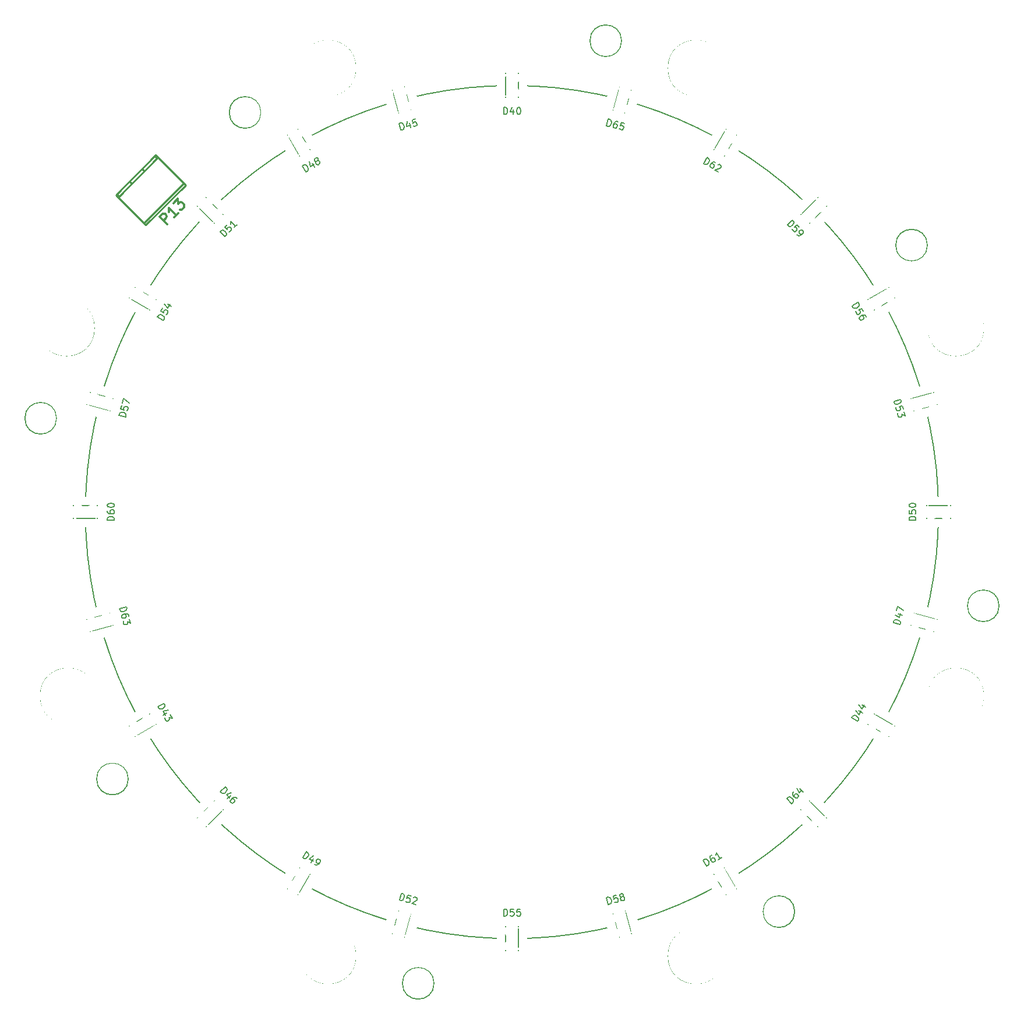
<source format=gbr>
G04 #@! TF.FileFunction,Legend,Top*
%FSLAX46Y46*%
G04 Gerber Fmt 4.6, Leading zero omitted, Abs format (unit mm)*
G04 Created by KiCad (PCBNEW 4.0.1-stable) date 2/3/2016 8:32:50 AM*
%MOMM*%
G01*
G04 APERTURE LIST*
%ADD10C,0.100000*%
%ADD11C,0.200000*%
%ADD12C,0.150000*%
%ADD13C,0.254000*%
%ADD14C,0.304800*%
%ADD15C,4.464000*%
%ADD16C,8.160000*%
%ADD17R,1.700000X4.900000*%
%ADD18R,1.300000X4.900000*%
%ADD19C,1.136600*%
%ADD20R,4.900000X1.700000*%
%ADD21R,4.900000X1.300000*%
%ADD22C,2.398980*%
G04 APERTURE END LIST*
D10*
D11*
X154000000Y-88300000D02*
G75*
G03X154000000Y-88300000I-62000000J0D01*
G01*
D12*
X162796000Y-101930000D02*
G75*
G03X162796000Y-101930000I-2286000J0D01*
G01*
X80656000Y-156810000D02*
G75*
G03X80656000Y-156810000I-2286000J0D01*
G01*
X25776000Y-74670000D02*
G75*
G03X25776000Y-74670000I-2286000J0D01*
G01*
X55476000Y-30220000D02*
G75*
G03X55476000Y-30220000I-2286000J0D01*
G01*
X133096000Y-146380000D02*
G75*
G03X133096000Y-146380000I-2286000J0D01*
G01*
X36206000Y-127110000D02*
G75*
G03X36206000Y-127110000I-2286000J0D01*
G01*
X160530000Y-61570000D02*
G75*
G03X160530000Y-61570000I-4000000J0D01*
G01*
X69270000Y-152830000D02*
G75*
G03X69270000Y-152830000I-4000000J0D01*
G01*
X122730000Y-152830000D02*
G75*
G03X122730000Y-152830000I-4000000J0D01*
G01*
X122730000Y-23770000D02*
G75*
G03X122730000Y-23770000I-4000000J0D01*
G01*
X160530000Y-115030000D02*
G75*
G03X160530000Y-115030000I-4000000J0D01*
G01*
X69270000Y-23770000D02*
G75*
G03X69270000Y-23770000I-4000000J0D01*
G01*
X31270000Y-61570000D02*
G75*
G03X31270000Y-61570000I-4000000J0D01*
G01*
X107916000Y-19790000D02*
G75*
G03X107916000Y-19790000I-2286000J0D01*
G01*
X152366000Y-49490000D02*
G75*
G03X152366000Y-49490000I-2286000J0D01*
G01*
X93079500Y-25665000D02*
X92698500Y-26300000D01*
X92698500Y-26300000D02*
X93079500Y-26935000D01*
X93079500Y-26935000D02*
X93079500Y-25728500D01*
X93079500Y-25728500D02*
X92952500Y-26109500D01*
X92952500Y-26109500D02*
X93016000Y-26681000D01*
X93016000Y-26681000D02*
X92825500Y-26300000D01*
X92825500Y-26300000D02*
X92889000Y-26173000D01*
X92889000Y-26173000D02*
X92889000Y-26109500D01*
X90984000Y-25030000D02*
X90984000Y-27697000D01*
X90984000Y-27697000D02*
X91238000Y-27697000D01*
X91238000Y-27697000D02*
X91238000Y-25030000D01*
X91238000Y-25030000D02*
X91047500Y-25030000D01*
X91047500Y-25030000D02*
X91111000Y-25093500D01*
X91111000Y-25093500D02*
X91111000Y-27570000D01*
X90272800Y-24572800D02*
X93727200Y-24572800D01*
X93727200Y-24572800D02*
X93727200Y-28027200D01*
X93727200Y-28027200D02*
X90272800Y-28027200D01*
X90272800Y-28027200D02*
X90272800Y-24572800D01*
X37220324Y-118682626D02*
X37960750Y-118695081D01*
X37960750Y-118695081D02*
X38320176Y-118047626D01*
X38320176Y-118047626D02*
X37275316Y-118650876D01*
X37275316Y-118650876D02*
X37668772Y-118570361D01*
X37668772Y-118570361D02*
X38131956Y-118229618D01*
X38131956Y-118229618D02*
X37897250Y-118585096D01*
X37897250Y-118585096D02*
X37755515Y-118593603D01*
X37755515Y-118593603D02*
X37700522Y-118625353D01*
X37718148Y-120814882D02*
X40027837Y-119481382D01*
X40027837Y-119481382D02*
X39900837Y-119261411D01*
X39900837Y-119261411D02*
X37591148Y-120594911D01*
X37591148Y-120594911D02*
X37686398Y-120759889D01*
X37686398Y-120759889D02*
X37709640Y-120673147D01*
X37709640Y-120673147D02*
X39854352Y-119434897D01*
X37677801Y-121659399D02*
X35950601Y-118667801D01*
X35950601Y-118667801D02*
X38942199Y-116940601D01*
X38942199Y-116940601D02*
X40669399Y-119932199D01*
X40669399Y-119932199D02*
X37677801Y-121659399D01*
X145700176Y-120552374D02*
X145340750Y-119904919D01*
X145340750Y-119904919D02*
X144600324Y-119917374D01*
X144600324Y-119917374D02*
X145645184Y-120520624D01*
X145645184Y-120520624D02*
X145378728Y-120220139D01*
X145378728Y-120220139D02*
X144852044Y-119989382D01*
X144852044Y-119989382D02*
X145277250Y-120014904D01*
X145277250Y-120014904D02*
X145355485Y-120133397D01*
X145355485Y-120133397D02*
X145410478Y-120165147D01*
X147297852Y-119055118D02*
X144988163Y-117721618D01*
X144988163Y-117721618D02*
X144861163Y-117941589D01*
X144861163Y-117941589D02*
X147170852Y-119275089D01*
X147170852Y-119275089D02*
X147266102Y-119110111D01*
X147266102Y-119110111D02*
X147179360Y-119133353D01*
X147179360Y-119133353D02*
X145034648Y-117895103D01*
X148049399Y-118667801D02*
X146322199Y-121659399D01*
X146322199Y-121659399D02*
X143330601Y-119932199D01*
X143330601Y-119932199D02*
X145057801Y-116940601D01*
X145057801Y-116940601D02*
X148049399Y-118667801D01*
X76838367Y-27527242D02*
X76634699Y-28239215D01*
X76634699Y-28239215D02*
X77167067Y-28753968D01*
X77167067Y-28753968D02*
X76854802Y-27588578D01*
X76854802Y-27588578D02*
X76830739Y-27989466D01*
X76830739Y-27989466D02*
X77039991Y-28525058D01*
X77039991Y-28525058D02*
X76757372Y-28206345D01*
X76757372Y-28206345D02*
X76785838Y-28067237D01*
X76785838Y-28067237D02*
X76769403Y-28005901D01*
X74649919Y-27456234D02*
X75340190Y-30032359D01*
X75340190Y-30032359D02*
X75585535Y-29966618D01*
X75585535Y-29966618D02*
X74895264Y-27390494D01*
X74895264Y-27390494D02*
X74711255Y-27439799D01*
X74711255Y-27439799D02*
X74789027Y-27484701D01*
X74789027Y-27484701D02*
X75429992Y-29876816D01*
X73844621Y-27198685D02*
X77181315Y-26304621D01*
X77181315Y-26304621D02*
X78075379Y-29641315D01*
X78075379Y-29641315D02*
X74738685Y-30535379D01*
X74738685Y-30535379D02*
X73844621Y-27198685D01*
X46947665Y-131825691D02*
X47666086Y-131646086D01*
X47666086Y-131646086D02*
X47845691Y-130927665D01*
X47845691Y-130927665D02*
X46992567Y-131780790D01*
X46992567Y-131780790D02*
X47351777Y-131601185D01*
X47351777Y-131601185D02*
X47710987Y-131152172D01*
X47710987Y-131152172D02*
X47576283Y-131556283D01*
X47576283Y-131556283D02*
X47441580Y-131601185D01*
X47441580Y-131601185D02*
X47396678Y-131646086D01*
X47980395Y-133756446D02*
X49866249Y-131870592D01*
X49866249Y-131870592D02*
X49686644Y-131690987D01*
X49686644Y-131690987D02*
X47800790Y-133576841D01*
X47800790Y-133576841D02*
X47935494Y-133711545D01*
X47935494Y-133711545D02*
X47935494Y-133621742D01*
X47935494Y-133621742D02*
X49686644Y-131870592D01*
X48160000Y-134582630D02*
X45717370Y-132140000D01*
X45717370Y-132140000D02*
X48160000Y-129697370D01*
X48160000Y-129697370D02*
X50602630Y-132140000D01*
X50602630Y-132140000D02*
X48160000Y-134582630D01*
X152213968Y-105547067D02*
X151699215Y-105014699D01*
X151699215Y-105014699D02*
X150987242Y-105218367D01*
X150987242Y-105218367D02*
X152152631Y-105530632D01*
X152152631Y-105530632D02*
X151817484Y-105309349D01*
X151817484Y-105309349D02*
X151249022Y-105222771D01*
X151249022Y-105222771D02*
X151666345Y-105137372D01*
X151666345Y-105137372D02*
X151772582Y-105231578D01*
X151772582Y-105231578D02*
X151833919Y-105248013D01*
X153369686Y-103687320D02*
X150793562Y-102997049D01*
X150793562Y-102997049D02*
X150727822Y-103242394D01*
X150727822Y-103242394D02*
X153303946Y-103932665D01*
X153303946Y-103932665D02*
X153353251Y-103748656D01*
X153353251Y-103748656D02*
X153275480Y-103793557D01*
X153275480Y-103793557D02*
X150883364Y-103152592D01*
X153995379Y-103118685D02*
X153101315Y-106455379D01*
X153101315Y-106455379D02*
X149764621Y-105561315D01*
X149764621Y-105561315D02*
X150658685Y-102224621D01*
X150658685Y-102224621D02*
X153995379Y-103118685D01*
X61617374Y-33520324D02*
X61604919Y-34260750D01*
X61604919Y-34260750D02*
X62252374Y-34620176D01*
X62252374Y-34620176D02*
X61649124Y-33575316D01*
X61649124Y-33575316D02*
X61729639Y-33968772D01*
X61729639Y-33968772D02*
X62070382Y-34431956D01*
X62070382Y-34431956D02*
X61714904Y-34197250D01*
X61714904Y-34197250D02*
X61706397Y-34055515D01*
X61706397Y-34055515D02*
X61674647Y-34000522D01*
X59485118Y-34018148D02*
X60818618Y-36327837D01*
X60818618Y-36327837D02*
X61038589Y-36200837D01*
X61038589Y-36200837D02*
X59705089Y-33891148D01*
X59705089Y-33891148D02*
X59540111Y-33986398D01*
X59540111Y-33986398D02*
X59626853Y-34009640D01*
X59626853Y-34009640D02*
X60865103Y-36154352D01*
X58640601Y-33977801D02*
X61632199Y-32250601D01*
X61632199Y-32250601D02*
X63359399Y-35242199D01*
X63359399Y-35242199D02*
X60367801Y-36969399D01*
X60367801Y-36969399D02*
X58640601Y-33977801D01*
X59747626Y-142000176D02*
X60395081Y-141640750D01*
X60395081Y-141640750D02*
X60382626Y-140900324D01*
X60382626Y-140900324D02*
X59779376Y-141945184D01*
X59779376Y-141945184D02*
X60079861Y-141678728D01*
X60079861Y-141678728D02*
X60310618Y-141152044D01*
X60310618Y-141152044D02*
X60285096Y-141577250D01*
X60285096Y-141577250D02*
X60166603Y-141655485D01*
X60166603Y-141655485D02*
X60134853Y-141710478D01*
X61244882Y-143597852D02*
X62578382Y-141288163D01*
X62578382Y-141288163D02*
X62358411Y-141161163D01*
X62358411Y-141161163D02*
X61024911Y-143470852D01*
X61024911Y-143470852D02*
X61189889Y-143566102D01*
X61189889Y-143566102D02*
X61166647Y-143479360D01*
X61166647Y-143479360D02*
X62404897Y-141334648D01*
X61632199Y-144349399D02*
X58640601Y-142622199D01*
X58640601Y-142622199D02*
X60367801Y-139630601D01*
X60367801Y-139630601D02*
X63359399Y-141357801D01*
X63359399Y-141357801D02*
X61632199Y-144349399D01*
X154635000Y-89379500D02*
X154000000Y-88998500D01*
X154000000Y-88998500D02*
X153365000Y-89379500D01*
X153365000Y-89379500D02*
X154571500Y-89379500D01*
X154571500Y-89379500D02*
X154190500Y-89252500D01*
X154190500Y-89252500D02*
X153619000Y-89316000D01*
X153619000Y-89316000D02*
X154000000Y-89125500D01*
X154000000Y-89125500D02*
X154127000Y-89189000D01*
X154127000Y-89189000D02*
X154190500Y-89189000D01*
X155270000Y-87284000D02*
X152603000Y-87284000D01*
X152603000Y-87284000D02*
X152603000Y-87538000D01*
X152603000Y-87538000D02*
X155270000Y-87538000D01*
X155270000Y-87538000D02*
X155270000Y-87347500D01*
X155270000Y-87347500D02*
X155206500Y-87411000D01*
X155206500Y-87411000D02*
X152730000Y-87411000D01*
X155727200Y-86572800D02*
X155727200Y-90027200D01*
X155727200Y-90027200D02*
X152272800Y-90027200D01*
X152272800Y-90027200D02*
X152272800Y-86572800D01*
X152272800Y-86572800D02*
X155727200Y-86572800D01*
X48474309Y-43247665D02*
X48653914Y-43966086D01*
X48653914Y-43966086D02*
X49372335Y-44145691D01*
X49372335Y-44145691D02*
X48519210Y-43292567D01*
X48519210Y-43292567D02*
X48698815Y-43651777D01*
X48698815Y-43651777D02*
X49147828Y-44010987D01*
X49147828Y-44010987D02*
X48743717Y-43876283D01*
X48743717Y-43876283D02*
X48698815Y-43741580D01*
X48698815Y-43741580D02*
X48653914Y-43696678D01*
X46543554Y-44280395D02*
X48429408Y-46166249D01*
X48429408Y-46166249D02*
X48609013Y-45986644D01*
X48609013Y-45986644D02*
X46723159Y-44100790D01*
X46723159Y-44100790D02*
X46588455Y-44235494D01*
X46588455Y-44235494D02*
X46678258Y-44235494D01*
X46678258Y-44235494D02*
X48429408Y-45986644D01*
X45717370Y-44460000D02*
X48160000Y-42017370D01*
X48160000Y-42017370D02*
X50602630Y-44460000D01*
X50602630Y-44460000D02*
X48160000Y-46902630D01*
X48160000Y-46902630D02*
X45717370Y-44460000D01*
X74752933Y-148513968D02*
X75285301Y-147999215D01*
X75285301Y-147999215D02*
X75081633Y-147287242D01*
X75081633Y-147287242D02*
X74769368Y-148452631D01*
X74769368Y-148452631D02*
X74990651Y-148117484D01*
X74990651Y-148117484D02*
X75077229Y-147549022D01*
X75077229Y-147549022D02*
X75162628Y-147966345D01*
X75162628Y-147966345D02*
X75068422Y-148072582D01*
X75068422Y-148072582D02*
X75051987Y-148133919D01*
X76612680Y-149669686D02*
X77302951Y-147093562D01*
X77302951Y-147093562D02*
X77057606Y-147027822D01*
X77057606Y-147027822D02*
X76367335Y-149603946D01*
X76367335Y-149603946D02*
X76551344Y-149653251D01*
X76551344Y-149653251D02*
X76506443Y-149575480D01*
X76506443Y-149575480D02*
X77147408Y-147183364D01*
X77181315Y-150295379D02*
X73844621Y-149401315D01*
X73844621Y-149401315D02*
X74738685Y-146064621D01*
X74738685Y-146064621D02*
X78075379Y-146958685D01*
X78075379Y-146958685D02*
X77181315Y-150295379D01*
X152772758Y-73138367D02*
X152060785Y-72934699D01*
X152060785Y-72934699D02*
X151546032Y-73467067D01*
X151546032Y-73467067D02*
X152711422Y-73154802D01*
X152711422Y-73154802D02*
X152310534Y-73130739D01*
X152310534Y-73130739D02*
X151774942Y-73339991D01*
X151774942Y-73339991D02*
X152093655Y-73057372D01*
X152093655Y-73057372D02*
X152232763Y-73085838D01*
X152232763Y-73085838D02*
X152294099Y-73069403D01*
X152843766Y-70949919D02*
X150267641Y-71640190D01*
X150267641Y-71640190D02*
X150333382Y-71885535D01*
X150333382Y-71885535D02*
X152909506Y-71195264D01*
X152909506Y-71195264D02*
X152860201Y-71011255D01*
X152860201Y-71011255D02*
X152815299Y-71089027D01*
X152815299Y-71089027D02*
X150423184Y-71729992D01*
X153101315Y-70144621D02*
X153995379Y-73481315D01*
X153995379Y-73481315D02*
X150658685Y-74375379D01*
X150658685Y-74375379D02*
X149764621Y-71038685D01*
X149764621Y-71038685D02*
X153101315Y-70144621D01*
X38299824Y-56047626D02*
X38659250Y-56695081D01*
X38659250Y-56695081D02*
X39399676Y-56682626D01*
X39399676Y-56682626D02*
X38354816Y-56079376D01*
X38354816Y-56079376D02*
X38621272Y-56379861D01*
X38621272Y-56379861D02*
X39147956Y-56610618D01*
X39147956Y-56610618D02*
X38722750Y-56585096D01*
X38722750Y-56585096D02*
X38644515Y-56466603D01*
X38644515Y-56466603D02*
X38589522Y-56434853D01*
X36702148Y-57544882D02*
X39011837Y-58878382D01*
X39011837Y-58878382D02*
X39138837Y-58658411D01*
X39138837Y-58658411D02*
X36829148Y-57324911D01*
X36829148Y-57324911D02*
X36733898Y-57489889D01*
X36733898Y-57489889D02*
X36820640Y-57466647D01*
X36820640Y-57466647D02*
X38965352Y-58704897D01*
X35950601Y-57932199D02*
X37677801Y-54940601D01*
X37677801Y-54940601D02*
X40669399Y-56667801D01*
X40669399Y-56667801D02*
X38942199Y-59659399D01*
X38942199Y-59659399D02*
X35950601Y-57932199D01*
X90920500Y-150935000D02*
X91301500Y-150300000D01*
X91301500Y-150300000D02*
X90920500Y-149665000D01*
X90920500Y-149665000D02*
X90920500Y-150871500D01*
X90920500Y-150871500D02*
X91047500Y-150490500D01*
X91047500Y-150490500D02*
X90984000Y-149919000D01*
X90984000Y-149919000D02*
X91174500Y-150300000D01*
X91174500Y-150300000D02*
X91111000Y-150427000D01*
X91111000Y-150427000D02*
X91111000Y-150490500D01*
X93016000Y-151570000D02*
X93016000Y-148903000D01*
X93016000Y-148903000D02*
X92762000Y-148903000D01*
X92762000Y-148903000D02*
X92762000Y-151570000D01*
X92762000Y-151570000D02*
X92952500Y-151570000D01*
X92952500Y-151570000D02*
X92889000Y-151506500D01*
X92889000Y-151506500D02*
X92889000Y-149030000D01*
X93727200Y-152027200D02*
X90272800Y-152027200D01*
X90272800Y-152027200D02*
X90272800Y-148572800D01*
X90272800Y-148572800D02*
X93727200Y-148572800D01*
X93727200Y-148572800D02*
X93727200Y-152027200D01*
X146779676Y-57917374D02*
X146039250Y-57904919D01*
X146039250Y-57904919D02*
X145679824Y-58552374D01*
X145679824Y-58552374D02*
X146724684Y-57949124D01*
X146724684Y-57949124D02*
X146331228Y-58029639D01*
X146331228Y-58029639D02*
X145868044Y-58370382D01*
X145868044Y-58370382D02*
X146102750Y-58014904D01*
X146102750Y-58014904D02*
X146244485Y-58006397D01*
X146244485Y-58006397D02*
X146299478Y-57974647D01*
X146281852Y-55785118D02*
X143972163Y-57118618D01*
X143972163Y-57118618D02*
X144099163Y-57338589D01*
X144099163Y-57338589D02*
X146408852Y-56005089D01*
X146408852Y-56005089D02*
X146313602Y-55840111D01*
X146313602Y-55840111D02*
X146290360Y-55926853D01*
X146290360Y-55926853D02*
X144145648Y-57165103D01*
X146322199Y-54940601D02*
X148049399Y-57932199D01*
X148049399Y-57932199D02*
X145057801Y-59659399D01*
X145057801Y-59659399D02*
X143330601Y-56667801D01*
X143330601Y-56667801D02*
X146322199Y-54940601D01*
X31786032Y-71052933D02*
X32300785Y-71585301D01*
X32300785Y-71585301D02*
X33012758Y-71381633D01*
X33012758Y-71381633D02*
X31847369Y-71069368D01*
X31847369Y-71069368D02*
X32182516Y-71290651D01*
X32182516Y-71290651D02*
X32750978Y-71377229D01*
X32750978Y-71377229D02*
X32333655Y-71462628D01*
X32333655Y-71462628D02*
X32227418Y-71368422D01*
X32227418Y-71368422D02*
X32166081Y-71351987D01*
X30630314Y-72912680D02*
X33206438Y-73602951D01*
X33206438Y-73602951D02*
X33272178Y-73357606D01*
X33272178Y-73357606D02*
X30696054Y-72667335D01*
X30696054Y-72667335D02*
X30646749Y-72851344D01*
X30646749Y-72851344D02*
X30724520Y-72806443D01*
X30724520Y-72806443D02*
X33116636Y-73447408D01*
X30004621Y-73481315D02*
X30898685Y-70144621D01*
X30898685Y-70144621D02*
X34235379Y-71038685D01*
X34235379Y-71038685D02*
X33341315Y-74375379D01*
X33341315Y-74375379D02*
X30004621Y-73481315D01*
X107161633Y-149072758D02*
X107365301Y-148360785D01*
X107365301Y-148360785D02*
X106832933Y-147846032D01*
X106832933Y-147846032D02*
X107145198Y-149011422D01*
X107145198Y-149011422D02*
X107169261Y-148610534D01*
X107169261Y-148610534D02*
X106960009Y-148074942D01*
X106960009Y-148074942D02*
X107242628Y-148393655D01*
X107242628Y-148393655D02*
X107214162Y-148532763D01*
X107214162Y-148532763D02*
X107230597Y-148594099D01*
X109350081Y-149143766D02*
X108659810Y-146567641D01*
X108659810Y-146567641D02*
X108414465Y-146633382D01*
X108414465Y-146633382D02*
X109104736Y-149209506D01*
X109104736Y-149209506D02*
X109288745Y-149160201D01*
X109288745Y-149160201D02*
X109210973Y-149115299D01*
X109210973Y-149115299D02*
X108570008Y-146723184D01*
X110155379Y-149401315D02*
X106818685Y-150295379D01*
X106818685Y-150295379D02*
X105924621Y-146958685D01*
X105924621Y-146958685D02*
X109261315Y-146064621D01*
X109261315Y-146064621D02*
X110155379Y-149401315D01*
X137052335Y-44774309D02*
X136333914Y-44953914D01*
X136333914Y-44953914D02*
X136154309Y-45672335D01*
X136154309Y-45672335D02*
X137007433Y-44819210D01*
X137007433Y-44819210D02*
X136648223Y-44998815D01*
X136648223Y-44998815D02*
X136289013Y-45447828D01*
X136289013Y-45447828D02*
X136423717Y-45043717D01*
X136423717Y-45043717D02*
X136558420Y-44998815D01*
X136558420Y-44998815D02*
X136603322Y-44953914D01*
X136019605Y-42843554D02*
X134133751Y-44729408D01*
X134133751Y-44729408D02*
X134313356Y-44909013D01*
X134313356Y-44909013D02*
X136199210Y-43023159D01*
X136199210Y-43023159D02*
X136064506Y-42888455D01*
X136064506Y-42888455D02*
X136064506Y-42978258D01*
X136064506Y-42978258D02*
X134313356Y-44729408D01*
X135840000Y-42017370D02*
X138282630Y-44460000D01*
X138282630Y-44460000D02*
X135840000Y-46902630D01*
X135840000Y-46902630D02*
X133397370Y-44460000D01*
X133397370Y-44460000D02*
X135840000Y-42017370D01*
X29365000Y-87220500D02*
X30000000Y-87601500D01*
X30000000Y-87601500D02*
X30635000Y-87220500D01*
X30635000Y-87220500D02*
X29428500Y-87220500D01*
X29428500Y-87220500D02*
X29809500Y-87347500D01*
X29809500Y-87347500D02*
X30381000Y-87284000D01*
X30381000Y-87284000D02*
X30000000Y-87474500D01*
X30000000Y-87474500D02*
X29873000Y-87411000D01*
X29873000Y-87411000D02*
X29809500Y-87411000D01*
X28730000Y-89316000D02*
X31397000Y-89316000D01*
X31397000Y-89316000D02*
X31397000Y-89062000D01*
X31397000Y-89062000D02*
X28730000Y-89062000D01*
X28730000Y-89062000D02*
X28730000Y-89252500D01*
X28730000Y-89252500D02*
X28793500Y-89189000D01*
X28793500Y-89189000D02*
X31270000Y-89189000D01*
X28272800Y-90027200D02*
X28272800Y-86572800D01*
X28272800Y-86572800D02*
X31727200Y-86572800D01*
X31727200Y-86572800D02*
X31727200Y-90027200D01*
X31727200Y-90027200D02*
X28272800Y-90027200D01*
X122382626Y-143079676D02*
X122395081Y-142339250D01*
X122395081Y-142339250D02*
X121747626Y-141979824D01*
X121747626Y-141979824D02*
X122350876Y-143024684D01*
X122350876Y-143024684D02*
X122270361Y-142631228D01*
X122270361Y-142631228D02*
X121929618Y-142168044D01*
X121929618Y-142168044D02*
X122285096Y-142402750D01*
X122285096Y-142402750D02*
X122293603Y-142544485D01*
X122293603Y-142544485D02*
X122325353Y-142599478D01*
X124514882Y-142581852D02*
X123181382Y-140272163D01*
X123181382Y-140272163D02*
X122961411Y-140399163D01*
X122961411Y-140399163D02*
X124294911Y-142708852D01*
X124294911Y-142708852D02*
X124459889Y-142613602D01*
X124459889Y-142613602D02*
X124373147Y-142590360D01*
X124373147Y-142590360D02*
X123134897Y-140445648D01*
X125359399Y-142622199D02*
X122367801Y-144349399D01*
X122367801Y-144349399D02*
X120640601Y-141357801D01*
X120640601Y-141357801D02*
X123632199Y-139630601D01*
X123632199Y-139630601D02*
X125359399Y-142622199D01*
X124252374Y-34599824D02*
X123604919Y-34959250D01*
X123604919Y-34959250D02*
X123617374Y-35699676D01*
X123617374Y-35699676D02*
X124220624Y-34654816D01*
X124220624Y-34654816D02*
X123920139Y-34921272D01*
X123920139Y-34921272D02*
X123689382Y-35447956D01*
X123689382Y-35447956D02*
X123714904Y-35022750D01*
X123714904Y-35022750D02*
X123833397Y-34944515D01*
X123833397Y-34944515D02*
X123865147Y-34889522D01*
X122755118Y-33002148D02*
X121421618Y-35311837D01*
X121421618Y-35311837D02*
X121641589Y-35438837D01*
X121641589Y-35438837D02*
X122975089Y-33129148D01*
X122975089Y-33129148D02*
X122810111Y-33033898D01*
X122810111Y-33033898D02*
X122833353Y-33120640D01*
X122833353Y-33120640D02*
X121595103Y-35265352D01*
X122367801Y-32250601D02*
X125359399Y-33977801D01*
X125359399Y-33977801D02*
X123632199Y-36969399D01*
X123632199Y-36969399D02*
X120640601Y-35242199D01*
X120640601Y-35242199D02*
X122367801Y-32250601D01*
X31227242Y-103461633D02*
X31939215Y-103665301D01*
X31939215Y-103665301D02*
X32453968Y-103132933D01*
X32453968Y-103132933D02*
X31288578Y-103445198D01*
X31288578Y-103445198D02*
X31689466Y-103469261D01*
X31689466Y-103469261D02*
X32225058Y-103260009D01*
X32225058Y-103260009D02*
X31906345Y-103542628D01*
X31906345Y-103542628D02*
X31767237Y-103514162D01*
X31767237Y-103514162D02*
X31705901Y-103530597D01*
X31156234Y-105650081D02*
X33732359Y-104959810D01*
X33732359Y-104959810D02*
X33666618Y-104714465D01*
X33666618Y-104714465D02*
X31090494Y-105404736D01*
X31090494Y-105404736D02*
X31139799Y-105588745D01*
X31139799Y-105588745D02*
X31184701Y-105510973D01*
X31184701Y-105510973D02*
X33576816Y-104870008D01*
X30898685Y-106455379D02*
X30004621Y-103118685D01*
X30004621Y-103118685D02*
X33341315Y-102224621D01*
X33341315Y-102224621D02*
X34235379Y-105561315D01*
X34235379Y-105561315D02*
X30898685Y-106455379D01*
X135525691Y-133352335D02*
X135346086Y-132633914D01*
X135346086Y-132633914D02*
X134627665Y-132454309D01*
X134627665Y-132454309D02*
X135480790Y-133307433D01*
X135480790Y-133307433D02*
X135301185Y-132948223D01*
X135301185Y-132948223D02*
X134852172Y-132589013D01*
X134852172Y-132589013D02*
X135256283Y-132723717D01*
X135256283Y-132723717D02*
X135301185Y-132858420D01*
X135301185Y-132858420D02*
X135346086Y-132903322D01*
X137456446Y-132319605D02*
X135570592Y-130433751D01*
X135570592Y-130433751D02*
X135390987Y-130613356D01*
X135390987Y-130613356D02*
X137276841Y-132499210D01*
X137276841Y-132499210D02*
X137411545Y-132364506D01*
X137411545Y-132364506D02*
X137321742Y-132364506D01*
X137321742Y-132364506D02*
X135570592Y-130613356D01*
X138282630Y-132140000D02*
X135840000Y-134582630D01*
X135840000Y-134582630D02*
X133397370Y-132140000D01*
X133397370Y-132140000D02*
X135840000Y-129697370D01*
X135840000Y-129697370D02*
X138282630Y-132140000D01*
X109207067Y-28086032D02*
X108674699Y-28600785D01*
X108674699Y-28600785D02*
X108878367Y-29312758D01*
X108878367Y-29312758D02*
X109190632Y-28147369D01*
X109190632Y-28147369D02*
X108969349Y-28482516D01*
X108969349Y-28482516D02*
X108882771Y-29050978D01*
X108882771Y-29050978D02*
X108797372Y-28633655D01*
X108797372Y-28633655D02*
X108891578Y-28527418D01*
X108891578Y-28527418D02*
X108908013Y-28466081D01*
X107347320Y-26930314D02*
X106657049Y-29506438D01*
X106657049Y-29506438D02*
X106902394Y-29572178D01*
X106902394Y-29572178D02*
X107592665Y-26996054D01*
X107592665Y-26996054D02*
X107408656Y-26946749D01*
X107408656Y-26946749D02*
X107453557Y-27024520D01*
X107453557Y-27024520D02*
X106812592Y-29416636D01*
X106778685Y-26304621D02*
X110115379Y-27198685D01*
X110115379Y-27198685D02*
X109221315Y-30535379D01*
X109221315Y-30535379D02*
X105884621Y-29641315D01*
X105884621Y-29641315D02*
X106778685Y-26304621D01*
X31470000Y-115030000D02*
G75*
G03X31470000Y-115030000I-4000000J0D01*
G01*
D13*
X38780396Y-46582889D02*
X44578049Y-40785236D01*
X38498416Y-46300909D02*
X44296069Y-40503256D01*
X34750057Y-42552550D02*
X40547710Y-36754897D01*
X40195684Y-36402871D02*
X34398031Y-42200524D01*
X36729305Y-40573302D02*
X36377279Y-40221276D01*
X40053796Y-36544759D02*
X40405822Y-36896785D01*
X34890149Y-42412458D02*
X34538123Y-42060432D01*
X38214640Y-38383915D02*
X38566666Y-38735941D01*
X34398031Y-42200524D02*
X38780396Y-46582889D01*
X44576253Y-40787032D02*
X40193888Y-36404667D01*
D12*
X90785714Y-30486181D02*
X90785714Y-29486181D01*
X91023809Y-29486181D01*
X91166667Y-29533800D01*
X91261905Y-29629038D01*
X91309524Y-29724276D01*
X91357143Y-29914752D01*
X91357143Y-30057610D01*
X91309524Y-30248086D01*
X91261905Y-30343324D01*
X91166667Y-30438562D01*
X91023809Y-30486181D01*
X90785714Y-30486181D01*
X92214286Y-29819514D02*
X92214286Y-30486181D01*
X91976190Y-29438562D02*
X91738095Y-30152848D01*
X92357143Y-30152848D01*
X92928571Y-29486181D02*
X93023810Y-29486181D01*
X93119048Y-29533800D01*
X93166667Y-29581419D01*
X93214286Y-29676657D01*
X93261905Y-29867133D01*
X93261905Y-30105229D01*
X93214286Y-30295705D01*
X93166667Y-30390943D01*
X93119048Y-30438562D01*
X93023810Y-30486181D01*
X92928571Y-30486181D01*
X92833333Y-30438562D01*
X92785714Y-30390943D01*
X92738095Y-30295705D01*
X92690476Y-30105229D01*
X92690476Y-29867133D01*
X92738095Y-29676657D01*
X92785714Y-29581419D01*
X92833333Y-29533800D01*
X92928571Y-29486181D01*
X40544650Y-116607688D02*
X41410675Y-116107688D01*
X41529722Y-116313884D01*
X41559912Y-116461412D01*
X41525053Y-116591510D01*
X41466384Y-116680368D01*
X41325236Y-116816846D01*
X41201517Y-116888275D01*
X41012751Y-116942273D01*
X40906463Y-116948653D01*
X40776365Y-116913793D01*
X40663697Y-116813884D01*
X40544650Y-116607688D01*
X41836286Y-117511534D02*
X41258936Y-117844868D01*
X42047152Y-117114861D02*
X41309515Y-117265808D01*
X41619039Y-117801919D01*
X42339246Y-117716021D02*
X42648770Y-118252132D01*
X42152189Y-118153933D01*
X42223618Y-118277651D01*
X42229998Y-118383939D01*
X42212568Y-118448988D01*
X42153898Y-118537847D01*
X41947702Y-118656894D01*
X41841414Y-118663274D01*
X41776365Y-118645844D01*
X41687507Y-118587175D01*
X41544650Y-118339739D01*
X41538270Y-118233451D01*
X41555700Y-118168402D01*
X142241064Y-118710893D02*
X141375039Y-118210893D01*
X141494087Y-118004697D01*
X141606755Y-117904788D01*
X141736852Y-117869928D01*
X141843140Y-117876308D01*
X142031907Y-117930306D01*
X142155626Y-118001735D01*
X142296773Y-118138213D01*
X142355442Y-118227071D01*
X142390302Y-118357169D01*
X142360112Y-118504697D01*
X142241064Y-118710893D01*
X142378000Y-117140380D02*
X142955350Y-117473713D01*
X141929038Y-117156101D02*
X142428580Y-117719440D01*
X142738104Y-117183329D01*
X142854190Y-116315594D02*
X143431541Y-116648927D01*
X142405228Y-116331315D02*
X142904771Y-116894654D01*
X143214295Y-116358543D01*
X75870554Y-32777821D02*
X75611735Y-31811895D01*
X75841717Y-31750271D01*
X75992032Y-31759294D01*
X76108674Y-31826637D01*
X76179320Y-31906305D01*
X76274615Y-32077966D01*
X76311589Y-32215956D01*
X76314892Y-32412267D01*
X76293545Y-32516584D01*
X76226201Y-32633227D01*
X76100536Y-32716197D01*
X75870554Y-32777821D01*
X77077902Y-31764128D02*
X77250448Y-32408079D01*
X76749321Y-31457781D02*
X76704210Y-32209352D01*
X77302165Y-32049130D01*
X77957555Y-31183334D02*
X77497590Y-31306582D01*
X77574840Y-31778871D01*
X77608512Y-31720549D01*
X77688180Y-31649904D01*
X77918163Y-31588280D01*
X78022481Y-31609627D01*
X78080802Y-31643299D01*
X78151448Y-31722968D01*
X78213072Y-31952950D01*
X78191725Y-32057267D01*
X78158053Y-32115588D01*
X78078385Y-32186234D01*
X77848402Y-32247858D01*
X77744084Y-32226511D01*
X77685763Y-32192839D01*
X49621683Y-128961057D02*
X50328790Y-128253950D01*
X50497149Y-128422309D01*
X50564493Y-128556996D01*
X50564493Y-128691683D01*
X50530821Y-128792698D01*
X50429806Y-128961057D01*
X50328790Y-129062073D01*
X50160432Y-129163088D01*
X50059417Y-129196760D01*
X49924730Y-129196760D01*
X49790042Y-129129415D01*
X49621683Y-128961057D01*
X51103241Y-129499805D02*
X50631836Y-129971210D01*
X51204256Y-129062072D02*
X50530821Y-129398790D01*
X50968554Y-129836523D01*
X52012378Y-129937538D02*
X51877691Y-129802850D01*
X51776676Y-129769179D01*
X51709332Y-129769179D01*
X51540973Y-129802850D01*
X51372615Y-129903866D01*
X51103240Y-130173240D01*
X51069569Y-130274255D01*
X51069569Y-130341599D01*
X51103240Y-130442614D01*
X51237928Y-130577301D01*
X51338943Y-130610973D01*
X51406287Y-130610973D01*
X51507302Y-130577301D01*
X51675660Y-130408943D01*
X51709333Y-130307927D01*
X51709333Y-130240583D01*
X51675661Y-130139568D01*
X51540973Y-130004881D01*
X51439958Y-129971209D01*
X51372615Y-129971209D01*
X51271599Y-130004881D01*
X148396112Y-104663616D02*
X147430186Y-104404797D01*
X147491810Y-104174815D01*
X147574781Y-104049149D01*
X147691423Y-103981806D01*
X147795740Y-103960459D01*
X147992051Y-103963761D01*
X148130041Y-104000736D01*
X148301702Y-104096031D01*
X148381370Y-104166677D01*
X148448714Y-104283319D01*
X148457736Y-104433634D01*
X148396112Y-104663616D01*
X148121903Y-103111175D02*
X148765854Y-103283721D01*
X147692308Y-103242561D02*
X148320632Y-103657414D01*
X148480853Y-103059459D01*
X147910850Y-102610935D02*
X148083396Y-101966984D01*
X148938400Y-102639772D01*
X62041488Y-38842482D02*
X61541488Y-37976457D01*
X61747684Y-37857410D01*
X61895212Y-37827220D01*
X62025310Y-37862079D01*
X62114168Y-37920748D01*
X62250646Y-38061896D01*
X62322075Y-38185615D01*
X62376073Y-38374381D01*
X62382453Y-38480669D01*
X62347593Y-38610767D01*
X62247684Y-38723435D01*
X62041488Y-38842482D01*
X62945334Y-37550846D02*
X63278668Y-38128196D01*
X62548661Y-37339980D02*
X62699608Y-38077617D01*
X63235719Y-37768093D01*
X63570303Y-37299991D02*
X63464015Y-37306371D01*
X63398966Y-37288941D01*
X63310108Y-37230272D01*
X63286298Y-37189033D01*
X63279919Y-37082745D01*
X63297348Y-37017696D01*
X63356017Y-36928838D01*
X63520975Y-36833600D01*
X63627263Y-36827220D01*
X63692312Y-36844650D01*
X63781170Y-36903319D01*
X63804980Y-36944558D01*
X63811360Y-37050846D01*
X63793930Y-37115895D01*
X63735261Y-37204753D01*
X63570303Y-37299991D01*
X63511634Y-37388850D01*
X63494204Y-37453898D01*
X63500584Y-37560187D01*
X63595822Y-37725144D01*
X63684681Y-37783813D01*
X63749729Y-37801243D01*
X63856017Y-37794863D01*
X64020975Y-37699625D01*
X64079644Y-37610767D01*
X64097074Y-37545718D01*
X64090694Y-37439430D01*
X63995456Y-37274473D01*
X63906598Y-37215803D01*
X63841549Y-37198373D01*
X63735261Y-37204753D01*
X61589107Y-138541064D02*
X62089107Y-137675039D01*
X62295303Y-137794087D01*
X62395212Y-137906755D01*
X62430072Y-138036852D01*
X62423692Y-138143140D01*
X62369694Y-138331907D01*
X62298265Y-138455626D01*
X62161787Y-138596773D01*
X62072929Y-138655442D01*
X61942831Y-138690302D01*
X61795303Y-138660112D01*
X61589107Y-138541064D01*
X63159620Y-138678000D02*
X62826287Y-139255350D01*
X63143899Y-138229038D02*
X62580560Y-138728580D01*
X63116671Y-139038104D01*
X63321158Y-139541064D02*
X63486115Y-139636302D01*
X63592404Y-139642683D01*
X63657452Y-139625253D01*
X63811360Y-139549154D01*
X63947837Y-139408007D01*
X64138313Y-139078092D01*
X64144693Y-138971804D01*
X64127263Y-138906755D01*
X64068594Y-138817897D01*
X63903636Y-138722658D01*
X63797348Y-138716278D01*
X63732300Y-138733708D01*
X63643441Y-138792377D01*
X63524394Y-138998573D01*
X63518014Y-139104861D01*
X63535443Y-139169911D01*
X63594112Y-139258769D01*
X63759070Y-139354008D01*
X63865358Y-139360388D01*
X63930408Y-139342957D01*
X64019266Y-139284288D01*
X150718581Y-89514286D02*
X149718581Y-89514286D01*
X149718581Y-89276191D01*
X149766200Y-89133333D01*
X149861438Y-89038095D01*
X149956676Y-88990476D01*
X150147152Y-88942857D01*
X150290010Y-88942857D01*
X150480486Y-88990476D01*
X150575724Y-89038095D01*
X150670962Y-89133333D01*
X150718581Y-89276191D01*
X150718581Y-89514286D01*
X149718581Y-88038095D02*
X149718581Y-88514286D01*
X150194771Y-88561905D01*
X150147152Y-88514286D01*
X150099533Y-88419048D01*
X150099533Y-88180952D01*
X150147152Y-88085714D01*
X150194771Y-88038095D01*
X150290010Y-87990476D01*
X150528105Y-87990476D01*
X150623343Y-88038095D01*
X150670962Y-88085714D01*
X150718581Y-88180952D01*
X150718581Y-88419048D01*
X150670962Y-88514286D01*
X150623343Y-88561905D01*
X149718581Y-87371429D02*
X149718581Y-87276190D01*
X149766200Y-87180952D01*
X149813819Y-87133333D01*
X149909057Y-87085714D01*
X150099533Y-87038095D01*
X150337629Y-87038095D01*
X150528105Y-87085714D01*
X150623343Y-87133333D01*
X150670962Y-87180952D01*
X150718581Y-87276190D01*
X150718581Y-87371429D01*
X150670962Y-87466667D01*
X150623343Y-87514286D01*
X150528105Y-87561905D01*
X150337629Y-87609524D01*
X150099533Y-87609524D01*
X149909057Y-87561905D01*
X149813819Y-87514286D01*
X149766200Y-87466667D01*
X149718581Y-87371429D01*
X50261447Y-48278707D02*
X49554340Y-47571600D01*
X49722699Y-47403241D01*
X49857386Y-47335897D01*
X49992073Y-47335897D01*
X50093088Y-47369569D01*
X50261447Y-47470584D01*
X50362463Y-47571600D01*
X50463478Y-47739958D01*
X50497150Y-47840973D01*
X50497150Y-47975660D01*
X50429805Y-48110348D01*
X50261447Y-48278707D01*
X50598165Y-46527775D02*
X50261447Y-46864493D01*
X50564492Y-47234882D01*
X50564492Y-47167538D01*
X50598164Y-47066523D01*
X50766523Y-46898164D01*
X50867538Y-46864492D01*
X50934882Y-46864492D01*
X51035898Y-46898165D01*
X51204256Y-47066523D01*
X51237928Y-47167538D01*
X51237928Y-47234882D01*
X51204256Y-47335897D01*
X51035897Y-47504256D01*
X50934882Y-47537928D01*
X50867538Y-47537928D01*
X52012378Y-46527775D02*
X51608317Y-46931836D01*
X51810347Y-46729806D02*
X51103240Y-46022699D01*
X51136912Y-46191058D01*
X51136912Y-46325745D01*
X51103240Y-46426760D01*
X75636384Y-144696112D02*
X75895203Y-143730186D01*
X76125185Y-143791810D01*
X76250851Y-143874781D01*
X76318194Y-143991423D01*
X76339541Y-144095740D01*
X76336239Y-144292051D01*
X76299264Y-144430041D01*
X76203969Y-144601702D01*
X76133323Y-144681370D01*
X76016681Y-144748714D01*
X75866366Y-144757736D01*
X75636384Y-144696112D01*
X77321094Y-144112253D02*
X76861129Y-143989005D01*
X76691885Y-144436645D01*
X76750207Y-144402973D01*
X76854524Y-144381626D01*
X77084507Y-144443250D01*
X77164175Y-144513896D01*
X77197847Y-144572217D01*
X77219194Y-144676535D01*
X77157570Y-144906518D01*
X77086924Y-144986186D01*
X77028603Y-145019857D01*
X76924286Y-145041204D01*
X76694303Y-144979581D01*
X76614635Y-144908935D01*
X76580963Y-144850614D01*
X77710412Y-144315168D02*
X77768734Y-144281496D01*
X77873051Y-144260149D01*
X78103034Y-144321773D01*
X78182702Y-144392419D01*
X78216374Y-144450740D01*
X78237721Y-144555057D01*
X78213072Y-144647050D01*
X78130101Y-144772715D01*
X77430246Y-145176776D01*
X78028201Y-145336998D01*
X147522179Y-72170554D02*
X148488105Y-71911735D01*
X148549729Y-72141717D01*
X148540706Y-72292032D01*
X148473363Y-72408674D01*
X148393695Y-72479320D01*
X148222034Y-72574615D01*
X148084044Y-72611589D01*
X147887733Y-72614892D01*
X147783416Y-72593545D01*
X147666773Y-72526201D01*
X147583803Y-72400536D01*
X147522179Y-72170554D01*
X148870171Y-73337626D02*
X148746924Y-72877660D01*
X148274635Y-72954911D01*
X148332956Y-72988583D01*
X148403602Y-73068251D01*
X148465226Y-73298234D01*
X148443879Y-73402551D01*
X148410207Y-73460873D01*
X148330538Y-73531519D01*
X148100556Y-73593142D01*
X147996238Y-73571795D01*
X147937917Y-73538123D01*
X147867271Y-73458455D01*
X147805648Y-73228472D01*
X147826995Y-73124155D01*
X147860666Y-73065834D01*
X148968769Y-73705597D02*
X149128990Y-74303551D01*
X148674746Y-74080173D01*
X148711720Y-74218163D01*
X148690373Y-74322481D01*
X148656701Y-74380802D01*
X148577032Y-74451448D01*
X148347050Y-74513072D01*
X148242733Y-74491725D01*
X148184412Y-74458053D01*
X148113766Y-74378385D01*
X148039817Y-74102405D01*
X148061164Y-73998088D01*
X148094836Y-73939767D01*
X41328196Y-60444693D02*
X40462171Y-59944693D01*
X40581219Y-59738497D01*
X40693887Y-59638588D01*
X40823984Y-59603728D01*
X40930272Y-59610108D01*
X41119039Y-59664106D01*
X41242758Y-59735535D01*
X41383905Y-59872013D01*
X41442574Y-59960871D01*
X41477434Y-60090969D01*
X41447244Y-60238497D01*
X41328196Y-60444693D01*
X41200267Y-58666274D02*
X40962171Y-59078668D01*
X41350754Y-59358002D01*
X41333324Y-59292953D01*
X41339704Y-59186665D01*
X41458752Y-58980468D01*
X41547610Y-58921799D01*
X41612659Y-58904369D01*
X41718948Y-58910749D01*
X41925144Y-59029797D01*
X41983813Y-59118655D01*
X42001243Y-59183704D01*
X41994863Y-59289992D01*
X41875815Y-59496189D01*
X41786957Y-59554858D01*
X41721908Y-59572288D01*
X41941322Y-58049394D02*
X42518673Y-58382727D01*
X41492360Y-58065115D02*
X41991903Y-58628454D01*
X42301427Y-58092343D01*
X90785714Y-147018581D02*
X90785714Y-146018581D01*
X91023809Y-146018581D01*
X91166667Y-146066200D01*
X91261905Y-146161438D01*
X91309524Y-146256676D01*
X91357143Y-146447152D01*
X91357143Y-146590010D01*
X91309524Y-146780486D01*
X91261905Y-146875724D01*
X91166667Y-146970962D01*
X91023809Y-147018581D01*
X90785714Y-147018581D01*
X92261905Y-146018581D02*
X91785714Y-146018581D01*
X91738095Y-146494771D01*
X91785714Y-146447152D01*
X91880952Y-146399533D01*
X92119048Y-146399533D01*
X92214286Y-146447152D01*
X92261905Y-146494771D01*
X92309524Y-146590010D01*
X92309524Y-146828105D01*
X92261905Y-146923343D01*
X92214286Y-146970962D01*
X92119048Y-147018581D01*
X91880952Y-147018581D01*
X91785714Y-146970962D01*
X91738095Y-146923343D01*
X93214286Y-146018581D02*
X92738095Y-146018581D01*
X92690476Y-146494771D01*
X92738095Y-146447152D01*
X92833333Y-146399533D01*
X93071429Y-146399533D01*
X93166667Y-146447152D01*
X93214286Y-146494771D01*
X93261905Y-146590010D01*
X93261905Y-146828105D01*
X93214286Y-146923343D01*
X93166667Y-146970962D01*
X93071429Y-147018581D01*
X92833333Y-147018581D01*
X92738095Y-146970962D01*
X92690476Y-146923343D01*
X141457518Y-58341488D02*
X142323543Y-57841488D01*
X142442590Y-58047684D01*
X142472780Y-58195212D01*
X142437921Y-58325310D01*
X142379252Y-58414168D01*
X142238104Y-58550646D01*
X142114385Y-58622075D01*
X141925619Y-58676073D01*
X141819331Y-58682453D01*
X141689233Y-58647593D01*
X141576565Y-58547684D01*
X141457518Y-58341488D01*
X143061638Y-59119907D02*
X142823543Y-58707513D01*
X142387341Y-58904369D01*
X142452390Y-58921799D01*
X142541248Y-58980468D01*
X142660296Y-59186665D01*
X142666676Y-59292953D01*
X142649246Y-59358002D01*
X142590576Y-59446861D01*
X142384380Y-59565908D01*
X142278092Y-59572288D01*
X142213043Y-59554858D01*
X142124185Y-59496189D01*
X142005137Y-59289992D01*
X141998757Y-59183704D01*
X142016187Y-59118655D01*
X143514019Y-59903454D02*
X143418781Y-59738496D01*
X143329923Y-59679827D01*
X143264874Y-59662397D01*
X143093537Y-59651347D01*
X142904771Y-59705346D01*
X142574856Y-59895822D01*
X142516187Y-59984681D01*
X142498757Y-60049729D01*
X142505137Y-60156017D01*
X142600375Y-60320975D01*
X142689233Y-60379644D01*
X142754282Y-60397074D01*
X142860570Y-60390694D01*
X143066766Y-60271647D01*
X143125436Y-60182788D01*
X143142866Y-60117739D01*
X143136486Y-60011451D01*
X143041248Y-59846493D01*
X142952390Y-59787824D01*
X142887341Y-59770395D01*
X142781052Y-59776775D01*
X35849260Y-74516374D02*
X34883334Y-74257555D01*
X34944958Y-74027573D01*
X35027929Y-73901907D01*
X35144571Y-73834564D01*
X35248888Y-73813217D01*
X35445199Y-73816519D01*
X35583189Y-73853494D01*
X35754850Y-73948789D01*
X35834518Y-74019435D01*
X35901862Y-74136077D01*
X35910884Y-74286392D01*
X35849260Y-74516374D01*
X35265401Y-72831664D02*
X35142153Y-73291629D01*
X35589793Y-73460873D01*
X35556121Y-73402551D01*
X35534774Y-73298234D01*
X35596398Y-73068251D01*
X35667044Y-72988583D01*
X35725365Y-72954911D01*
X35829683Y-72933564D01*
X36059666Y-72995188D01*
X36139334Y-73065834D01*
X36173005Y-73124155D01*
X36194352Y-73228472D01*
X36132729Y-73458455D01*
X36062083Y-73538123D01*
X36003762Y-73571795D01*
X35363998Y-72463693D02*
X35536544Y-71819742D01*
X36391548Y-72492530D01*
X106017796Y-145324673D02*
X105758977Y-144358747D01*
X105988959Y-144297123D01*
X106139274Y-144306146D01*
X106255916Y-144373489D01*
X106326562Y-144453157D01*
X106421857Y-144624818D01*
X106458831Y-144762808D01*
X106462134Y-144959119D01*
X106440787Y-145063436D01*
X106373443Y-145180079D01*
X106247778Y-145263049D01*
X106017796Y-145324673D01*
X107184868Y-143976681D02*
X106724902Y-144099928D01*
X106802153Y-144572217D01*
X106835825Y-144513896D01*
X106915493Y-144443250D01*
X107145476Y-144381626D01*
X107249793Y-144402973D01*
X107308115Y-144436645D01*
X107378761Y-144516314D01*
X107440384Y-144746296D01*
X107419037Y-144850614D01*
X107385365Y-144908935D01*
X107305697Y-144979581D01*
X107075714Y-145041204D01*
X106971397Y-145019857D01*
X106913076Y-144986186D01*
X107893743Y-144230427D02*
X107789426Y-144209080D01*
X107731105Y-144175409D01*
X107660459Y-144095740D01*
X107648134Y-144049744D01*
X107669481Y-143945426D01*
X107703153Y-143887105D01*
X107782821Y-143816460D01*
X107966808Y-143767160D01*
X108071125Y-143788507D01*
X108129446Y-143822179D01*
X108200092Y-143901847D01*
X108212417Y-143947844D01*
X108191070Y-144052161D01*
X108157398Y-144110482D01*
X108077730Y-144181128D01*
X107893743Y-144230427D01*
X107814075Y-144301073D01*
X107780404Y-144359394D01*
X107759057Y-144463713D01*
X107808356Y-144647698D01*
X107879001Y-144727367D01*
X107937323Y-144761038D01*
X108041640Y-144782385D01*
X108225627Y-144733086D01*
X108305295Y-144662440D01*
X108338967Y-144604119D01*
X108360314Y-144499802D01*
X108311015Y-144315816D01*
X108240369Y-144236147D01*
X108182048Y-144202475D01*
X108077730Y-144181128D01*
X132021293Y-46561447D02*
X132728400Y-45854340D01*
X132896759Y-46022699D01*
X132964103Y-46157386D01*
X132964103Y-46292073D01*
X132930431Y-46393088D01*
X132829416Y-46561447D01*
X132728400Y-46662463D01*
X132560042Y-46763478D01*
X132459027Y-46797150D01*
X132324340Y-46797150D01*
X132189652Y-46729805D01*
X132021293Y-46561447D01*
X133772225Y-46898165D02*
X133435507Y-46561447D01*
X133065118Y-46864492D01*
X133132462Y-46864492D01*
X133233477Y-46898164D01*
X133401836Y-47066523D01*
X133435508Y-47167538D01*
X133435508Y-47234882D01*
X133401835Y-47335898D01*
X133233477Y-47504256D01*
X133132462Y-47537928D01*
X133065118Y-47537928D01*
X132964103Y-47504256D01*
X132795744Y-47335897D01*
X132762072Y-47234882D01*
X132762072Y-47167538D01*
X133435507Y-47975660D02*
X133570194Y-48110347D01*
X133671210Y-48144020D01*
X133738553Y-48144020D01*
X133906912Y-48110348D01*
X134075270Y-48009333D01*
X134344645Y-47739958D01*
X134378317Y-47638943D01*
X134378317Y-47571600D01*
X134344645Y-47470585D01*
X134209957Y-47335897D01*
X134108942Y-47302225D01*
X134041599Y-47302225D01*
X133940583Y-47335897D01*
X133772225Y-47504256D01*
X133738553Y-47605271D01*
X133738552Y-47672615D01*
X133772224Y-47773630D01*
X133906912Y-47908318D01*
X134007927Y-47941989D01*
X134075271Y-47941989D01*
X134176286Y-47908317D01*
X34186181Y-89514286D02*
X33186181Y-89514286D01*
X33186181Y-89276191D01*
X33233800Y-89133333D01*
X33329038Y-89038095D01*
X33424276Y-88990476D01*
X33614752Y-88942857D01*
X33757610Y-88942857D01*
X33948086Y-88990476D01*
X34043324Y-89038095D01*
X34138562Y-89133333D01*
X34186181Y-89276191D01*
X34186181Y-89514286D01*
X33186181Y-88085714D02*
X33186181Y-88276191D01*
X33233800Y-88371429D01*
X33281419Y-88419048D01*
X33424276Y-88514286D01*
X33614752Y-88561905D01*
X33995705Y-88561905D01*
X34090943Y-88514286D01*
X34138562Y-88466667D01*
X34186181Y-88371429D01*
X34186181Y-88180952D01*
X34138562Y-88085714D01*
X34090943Y-88038095D01*
X33995705Y-87990476D01*
X33757610Y-87990476D01*
X33662371Y-88038095D01*
X33614752Y-88085714D01*
X33567133Y-88180952D01*
X33567133Y-88371429D01*
X33614752Y-88466667D01*
X33662371Y-88514286D01*
X33757610Y-88561905D01*
X33186181Y-87371429D02*
X33186181Y-87276190D01*
X33233800Y-87180952D01*
X33281419Y-87133333D01*
X33376657Y-87085714D01*
X33567133Y-87038095D01*
X33805229Y-87038095D01*
X33995705Y-87085714D01*
X34090943Y-87133333D01*
X34138562Y-87180952D01*
X34186181Y-87276190D01*
X34186181Y-87371429D01*
X34138562Y-87466667D01*
X34090943Y-87514286D01*
X33995705Y-87561905D01*
X33805229Y-87609524D01*
X33567133Y-87609524D01*
X33376657Y-87561905D01*
X33281419Y-87514286D01*
X33233800Y-87466667D01*
X33186181Y-87371429D01*
X120307688Y-139755350D02*
X119807688Y-138889325D01*
X120013884Y-138770278D01*
X120161412Y-138740088D01*
X120291510Y-138774947D01*
X120380368Y-138833616D01*
X120516846Y-138974764D01*
X120588275Y-139098483D01*
X120642273Y-139287249D01*
X120648653Y-139393537D01*
X120613793Y-139523635D01*
X120513884Y-139636303D01*
X120307688Y-139755350D01*
X121044868Y-138175039D02*
X120879910Y-138270278D01*
X120821241Y-138359136D01*
X120803811Y-138424185D01*
X120792761Y-138595521D01*
X120846760Y-138784288D01*
X121037236Y-139114203D01*
X121126094Y-139172872D01*
X121191143Y-139190302D01*
X121297431Y-139183922D01*
X121462389Y-139088683D01*
X121521058Y-138999825D01*
X121538488Y-138934776D01*
X121532108Y-138828488D01*
X121413061Y-138622292D01*
X121324202Y-138563622D01*
X121259153Y-138546192D01*
X121152865Y-138552572D01*
X120987907Y-138647811D01*
X120929238Y-138736669D01*
X120911808Y-138801718D01*
X120918189Y-138908007D01*
X122452132Y-138517255D02*
X121957260Y-138802969D01*
X122204696Y-138660112D02*
X121704696Y-137794087D01*
X121693646Y-137965424D01*
X121658786Y-138095521D01*
X121600117Y-138184380D01*
X119855307Y-37628196D02*
X120355307Y-36762171D01*
X120561503Y-36881219D01*
X120661412Y-36993887D01*
X120696272Y-37123984D01*
X120689892Y-37230272D01*
X120635894Y-37419039D01*
X120564465Y-37542758D01*
X120427987Y-37683905D01*
X120339129Y-37742574D01*
X120209031Y-37777434D01*
X120061503Y-37747244D01*
X119855307Y-37628196D01*
X121592487Y-37476457D02*
X121427529Y-37381219D01*
X121321241Y-37374839D01*
X121256192Y-37392269D01*
X121102285Y-37468367D01*
X120965808Y-37609515D01*
X120775331Y-37939430D01*
X120768951Y-38045718D01*
X120786381Y-38110767D01*
X120845050Y-38199625D01*
X121010008Y-38294863D01*
X121116296Y-38301243D01*
X121181345Y-38283813D01*
X121270203Y-38225144D01*
X121389251Y-38018948D01*
X121395631Y-37912659D01*
X121378201Y-37847610D01*
X121319532Y-37758752D01*
X121154574Y-37663514D01*
X121048286Y-37657134D01*
X120983237Y-37674564D01*
X120894379Y-37733234D01*
X121957260Y-37797031D02*
X122022309Y-37779601D01*
X122128597Y-37785981D01*
X122334794Y-37905029D01*
X122393463Y-37993887D01*
X122410893Y-38058936D01*
X122404513Y-38165224D01*
X122356894Y-38247702D01*
X122244227Y-38347610D01*
X121463640Y-38556768D01*
X121999751Y-38866292D01*
X34975327Y-102317796D02*
X35941253Y-102058977D01*
X36002877Y-102288959D01*
X35993854Y-102439274D01*
X35926511Y-102555916D01*
X35846843Y-102626562D01*
X35675182Y-102721857D01*
X35537192Y-102758831D01*
X35340881Y-102762134D01*
X35236564Y-102740787D01*
X35119921Y-102673443D01*
X35036951Y-102547778D01*
X34975327Y-102317796D01*
X36310995Y-103438871D02*
X36261696Y-103254885D01*
X36191050Y-103175216D01*
X36132729Y-103141545D01*
X35970090Y-103086526D01*
X35773780Y-103089828D01*
X35405807Y-103188426D01*
X35326139Y-103259072D01*
X35292467Y-103317393D01*
X35271120Y-103421711D01*
X35320419Y-103605697D01*
X35391065Y-103685365D01*
X35449386Y-103719037D01*
X35553704Y-103740384D01*
X35783686Y-103678761D01*
X35863355Y-103608115D01*
X35897027Y-103549793D01*
X35918374Y-103445476D01*
X35869075Y-103261489D01*
X35798429Y-103181821D01*
X35740108Y-103148149D01*
X35635789Y-103126803D01*
X36421917Y-103852839D02*
X36582138Y-104450793D01*
X36127894Y-104227415D01*
X36164868Y-104365405D01*
X36143521Y-104469723D01*
X36109849Y-104528044D01*
X36030180Y-104598690D01*
X35800198Y-104660314D01*
X35695881Y-104638967D01*
X35637560Y-104605295D01*
X35566914Y-104525627D01*
X35492965Y-104249647D01*
X35514312Y-104145330D01*
X35547984Y-104087009D01*
X132661057Y-130678317D02*
X131953950Y-129971210D01*
X132122309Y-129802851D01*
X132256996Y-129735507D01*
X132391683Y-129735507D01*
X132492698Y-129769179D01*
X132661057Y-129870194D01*
X132762073Y-129971210D01*
X132863088Y-130139568D01*
X132896760Y-130240583D01*
X132896760Y-130375270D01*
X132829415Y-130509958D01*
X132661057Y-130678317D01*
X132964103Y-128961057D02*
X132829415Y-129095744D01*
X132795744Y-129196760D01*
X132795744Y-129264103D01*
X132829415Y-129432462D01*
X132930431Y-129600820D01*
X133199805Y-129870195D01*
X133300820Y-129903866D01*
X133368164Y-129903866D01*
X133469179Y-129870195D01*
X133603866Y-129735507D01*
X133637538Y-129634492D01*
X133637538Y-129567148D01*
X133603866Y-129466133D01*
X133435508Y-129297775D01*
X133334492Y-129264102D01*
X133267148Y-129264102D01*
X133166133Y-129297774D01*
X133031446Y-129432462D01*
X132997774Y-129533477D01*
X132997774Y-129600820D01*
X133031446Y-129701836D01*
X133873240Y-128523324D02*
X134344645Y-128994729D01*
X133435507Y-128422309D02*
X133772225Y-129095744D01*
X134209958Y-128658011D01*
X105743626Y-32149260D02*
X106002445Y-31183334D01*
X106232427Y-31244958D01*
X106358093Y-31327929D01*
X106425436Y-31444571D01*
X106446783Y-31548888D01*
X106443481Y-31745199D01*
X106406506Y-31883189D01*
X106311211Y-32054850D01*
X106240565Y-32134518D01*
X106123923Y-32201862D01*
X105973608Y-32210884D01*
X105743626Y-32149260D01*
X107382340Y-31553076D02*
X107198353Y-31503777D01*
X107094035Y-31525124D01*
X107035714Y-31558796D01*
X106906747Y-31672135D01*
X106811452Y-31843796D01*
X106712854Y-32211769D01*
X106734201Y-32316086D01*
X106767873Y-32374407D01*
X106847541Y-32445053D01*
X107031528Y-32494352D01*
X107135845Y-32473005D01*
X107194166Y-32439334D01*
X107264812Y-32359666D01*
X107326436Y-32129683D01*
X107305089Y-32025365D01*
X107271417Y-31967044D01*
X107191749Y-31896398D01*
X107007762Y-31847099D01*
X106903445Y-31868446D01*
X106845124Y-31902118D01*
X106774478Y-31981787D01*
X108348265Y-31811895D02*
X107888300Y-31688648D01*
X107719057Y-32136287D01*
X107777378Y-32102616D01*
X107881695Y-32081268D01*
X108111679Y-32142892D01*
X108191347Y-32213538D01*
X108225018Y-32271859D01*
X108246365Y-32376178D01*
X108184742Y-32606160D01*
X108114096Y-32685828D01*
X108055775Y-32719500D01*
X107951457Y-32740847D01*
X107721474Y-32679223D01*
X107641806Y-32608577D01*
X107608134Y-32550256D01*
D14*
X41849591Y-46471535D02*
X40771960Y-45393904D01*
X41182487Y-44983378D01*
X41336433Y-44932062D01*
X41439065Y-44932062D01*
X41593012Y-44983378D01*
X41746959Y-45137326D01*
X41798275Y-45291272D01*
X41798275Y-45393904D01*
X41746959Y-45547851D01*
X41336433Y-45958377D01*
X43491695Y-44829431D02*
X42875906Y-45445220D01*
X43183800Y-45137326D02*
X42106170Y-44059695D01*
X42157485Y-44316273D01*
X42157486Y-44521536D01*
X42106170Y-44675483D01*
X42773275Y-43392590D02*
X43440380Y-42725485D01*
X43491695Y-43495221D01*
X43645642Y-43341274D01*
X43799589Y-43289957D01*
X43902221Y-43289958D01*
X44056169Y-43341274D01*
X44312747Y-43597852D01*
X44364063Y-43751800D01*
X44364063Y-43854431D01*
X44312747Y-44008379D01*
X44004853Y-44316273D01*
X43850905Y-44367588D01*
X43748274Y-44367589D01*
%LPC*%
D15*
X160510000Y-101930000D03*
X78370000Y-156810000D03*
X23490000Y-74670000D03*
X53190000Y-30220000D03*
X130810000Y-146380000D03*
X33920000Y-127110000D03*
D16*
X156530000Y-61570000D03*
X65270000Y-152830000D03*
X118730000Y-152830000D03*
X118730000Y-23770000D03*
X156530000Y-115030000D03*
X65270000Y-23770000D03*
X27270000Y-61570000D03*
D15*
X105630000Y-19790000D03*
X150080000Y-49490000D03*
D17*
X92000000Y-26300000D03*
D18*
X93600000Y-26300000D03*
X90400000Y-26300000D03*
D19*
X93587500Y-25474500D03*
X93587500Y-27062000D03*
X92000000Y-25474500D03*
X92000000Y-27062000D03*
X90412500Y-25474500D03*
X90412500Y-27062000D03*
D10*
G36*
X40856762Y-118811122D02*
X36613238Y-121261122D01*
X35763238Y-119788878D01*
X40006762Y-117338878D01*
X40856762Y-118811122D01*
X40856762Y-118811122D01*
G37*
G36*
X39956762Y-117252276D02*
X35713238Y-119702276D01*
X35063238Y-118576442D01*
X39306762Y-116126442D01*
X39956762Y-117252276D01*
X39956762Y-117252276D01*
G37*
G36*
X41556762Y-120023558D02*
X37313238Y-122473558D01*
X36663238Y-121347724D01*
X40906762Y-118897724D01*
X41556762Y-120023558D01*
X41556762Y-120023558D01*
G37*
D19*
X36801346Y-118337935D03*
X38176161Y-117544185D03*
X37595096Y-119712750D03*
X38969911Y-118919000D03*
X38388846Y-121087565D03*
X39763661Y-120293815D03*
D10*
G36*
X143993238Y-117338878D02*
X148236762Y-119788878D01*
X147386762Y-121261122D01*
X143143238Y-118811122D01*
X143993238Y-117338878D01*
X143993238Y-117338878D01*
G37*
G36*
X143093238Y-118897724D02*
X147336762Y-121347724D01*
X146686762Y-122473558D01*
X142443238Y-120023558D01*
X143093238Y-118897724D01*
X143093238Y-118897724D01*
G37*
G36*
X144693238Y-116126442D02*
X148936762Y-118576442D01*
X148286762Y-119702276D01*
X144043238Y-117252276D01*
X144693238Y-116126442D01*
X144693238Y-116126442D01*
G37*
D19*
X145611154Y-121087565D03*
X144236339Y-120293815D03*
X146404904Y-119712750D03*
X145030089Y-118919000D03*
X147198654Y-118337935D03*
X145823839Y-117544185D03*
D10*
G36*
X75773070Y-31006514D02*
X74504856Y-26273478D01*
X76146930Y-25833486D01*
X77415144Y-30566522D01*
X75773070Y-31006514D01*
X75773070Y-31006514D01*
G37*
G36*
X77511736Y-30540641D02*
X76243523Y-25807604D01*
X77499226Y-25471139D01*
X78767439Y-30204176D01*
X77511736Y-30540641D01*
X77511736Y-30540641D01*
G37*
G36*
X74420774Y-31368861D02*
X73152561Y-26635824D01*
X74408264Y-26299359D01*
X75676477Y-31032396D01*
X74420774Y-31368861D01*
X74420774Y-31368861D01*
G37*
D19*
X77279752Y-27211753D03*
X77690627Y-28745160D03*
X75746345Y-27622628D03*
X76157220Y-29156035D03*
X74212938Y-28033503D03*
X74623813Y-29566911D03*
D10*
G36*
X50493452Y-131008629D02*
X47028629Y-134473452D01*
X45826548Y-133271371D01*
X49291371Y-129806548D01*
X50493452Y-131008629D01*
X50493452Y-131008629D01*
G37*
G36*
X49220660Y-129735837D02*
X45755837Y-133200660D01*
X44836598Y-132281421D01*
X48301421Y-128816598D01*
X49220660Y-129735837D01*
X49220660Y-129735837D01*
G37*
G36*
X51483402Y-131998579D02*
X48018579Y-135463402D01*
X47099340Y-134544163D01*
X50564163Y-131079340D01*
X51483402Y-131998579D01*
X51483402Y-131998579D01*
G37*
D19*
X46453751Y-131601185D03*
X47576283Y-130478653D03*
X47576283Y-132723717D03*
X48698815Y-131601185D03*
X48698815Y-133846249D03*
X49821347Y-132723717D03*
D10*
G36*
X149733478Y-102884856D02*
X154466514Y-104153070D01*
X154026522Y-105795144D01*
X149293486Y-104526930D01*
X149733478Y-102884856D01*
X149733478Y-102884856D01*
G37*
G36*
X149267604Y-104623523D02*
X154000641Y-105891736D01*
X153664176Y-107147439D01*
X148931139Y-105879226D01*
X149267604Y-104623523D01*
X149267604Y-104623523D01*
G37*
G36*
X150095824Y-101532561D02*
X154828861Y-102800774D01*
X154492396Y-104056477D01*
X149759359Y-102788264D01*
X150095824Y-101532561D01*
X150095824Y-101532561D01*
G37*
D19*
X152266497Y-106087062D03*
X150733089Y-105676187D03*
X152677372Y-104553655D03*
X151143965Y-104142780D03*
X153088247Y-103020248D03*
X151554840Y-102609373D03*
D10*
G36*
X61488878Y-37156762D02*
X59038878Y-32913238D01*
X60511122Y-32063238D01*
X62961122Y-36306762D01*
X61488878Y-37156762D01*
X61488878Y-37156762D01*
G37*
G36*
X63047724Y-36256762D02*
X60597724Y-32013238D01*
X61723558Y-31363238D01*
X64173558Y-35606762D01*
X63047724Y-36256762D01*
X63047724Y-36256762D01*
G37*
G36*
X60276442Y-37856762D02*
X57826442Y-33613238D01*
X58952276Y-32963238D01*
X61402276Y-37206762D01*
X60276442Y-37856762D01*
X60276442Y-37856762D01*
G37*
D19*
X61962065Y-33101346D03*
X62755815Y-34476161D03*
X60587250Y-33895096D03*
X61381000Y-35269911D03*
X59212435Y-34688846D03*
X60006185Y-36063661D03*
D10*
G36*
X62961122Y-140293238D02*
X60511122Y-144536762D01*
X59038878Y-143686762D01*
X61488878Y-139443238D01*
X62961122Y-140293238D01*
X62961122Y-140293238D01*
G37*
G36*
X61402276Y-139393238D02*
X58952276Y-143636762D01*
X57826442Y-142986762D01*
X60276442Y-138743238D01*
X61402276Y-139393238D01*
X61402276Y-139393238D01*
G37*
G36*
X64173558Y-140993238D02*
X61723558Y-145236762D01*
X60597724Y-144586762D01*
X63047724Y-140343238D01*
X64173558Y-140993238D01*
X64173558Y-140993238D01*
G37*
D19*
X59212435Y-141911154D03*
X60006185Y-140536339D03*
X60587250Y-142704904D03*
X61381000Y-141330089D03*
X61962065Y-143498654D03*
X62755815Y-142123839D03*
D20*
X154000000Y-88300000D03*
D21*
X154000000Y-89900000D03*
X154000000Y-86700000D03*
D19*
X154825500Y-89887500D03*
X153238000Y-89887500D03*
X154825500Y-88300000D03*
X153238000Y-88300000D03*
X154825500Y-86712500D03*
X153238000Y-86712500D03*
D10*
G36*
X49291371Y-46793452D02*
X45826548Y-43328629D01*
X47028629Y-42126548D01*
X50493452Y-45591371D01*
X49291371Y-46793452D01*
X49291371Y-46793452D01*
G37*
G36*
X50564163Y-45520660D02*
X47099340Y-42055837D01*
X48018579Y-41136598D01*
X51483402Y-44601421D01*
X50564163Y-45520660D01*
X50564163Y-45520660D01*
G37*
G36*
X48301421Y-47783402D02*
X44836598Y-44318579D01*
X45755837Y-43399340D01*
X49220660Y-46864163D01*
X48301421Y-47783402D01*
X48301421Y-47783402D01*
G37*
D19*
X48698815Y-42753751D03*
X49821347Y-43876283D03*
X47576283Y-43876283D03*
X48698815Y-44998815D03*
X46453751Y-44998815D03*
X47576283Y-46121347D03*
D10*
G36*
X77415144Y-146033478D02*
X76146930Y-150766514D01*
X74504856Y-150326522D01*
X75773070Y-145593486D01*
X77415144Y-146033478D01*
X77415144Y-146033478D01*
G37*
G36*
X75676477Y-145567604D02*
X74408264Y-150300641D01*
X73152561Y-149964176D01*
X74420774Y-145231139D01*
X75676477Y-145567604D01*
X75676477Y-145567604D01*
G37*
G36*
X78767439Y-146395824D02*
X77499226Y-151128861D01*
X76243523Y-150792396D01*
X77511736Y-146059359D01*
X78767439Y-146395824D01*
X78767439Y-146395824D01*
G37*
D19*
X74212938Y-148566497D03*
X74623813Y-147033089D03*
X75746345Y-148977372D03*
X76157220Y-147443965D03*
X77279752Y-149388247D03*
X77690627Y-147854840D03*
D10*
G36*
X149293486Y-72073070D02*
X154026522Y-70804856D01*
X154466514Y-72446930D01*
X149733478Y-73715144D01*
X149293486Y-72073070D01*
X149293486Y-72073070D01*
G37*
G36*
X149759359Y-73811736D02*
X154492396Y-72543523D01*
X154828861Y-73799226D01*
X150095824Y-75067439D01*
X149759359Y-73811736D01*
X149759359Y-73811736D01*
G37*
G36*
X148931139Y-70720774D02*
X153664176Y-69452561D01*
X154000641Y-70708264D01*
X149267604Y-71976477D01*
X148931139Y-70720774D01*
X148931139Y-70720774D01*
G37*
D19*
X153088247Y-73579752D03*
X151554840Y-73990627D03*
X152677372Y-72046345D03*
X151143965Y-72457220D03*
X152266497Y-70512938D03*
X150733089Y-70923813D03*
D10*
G36*
X40006762Y-59261122D02*
X35763238Y-56811122D01*
X36613238Y-55338878D01*
X40856762Y-57788878D01*
X40006762Y-59261122D01*
X40006762Y-59261122D01*
G37*
G36*
X40906762Y-57702276D02*
X36663238Y-55252276D01*
X37313238Y-54126442D01*
X41556762Y-56576442D01*
X40906762Y-57702276D01*
X40906762Y-57702276D01*
G37*
G36*
X39306762Y-60473558D02*
X35063238Y-58023558D01*
X35713238Y-56897724D01*
X39956762Y-59347724D01*
X39306762Y-60473558D01*
X39306762Y-60473558D01*
G37*
D19*
X38388846Y-55512435D03*
X39763661Y-56306185D03*
X37595096Y-56887250D03*
X38969911Y-57681000D03*
X36801346Y-58262065D03*
X38176161Y-59055815D03*
D17*
X92000000Y-150300000D03*
D18*
X90400000Y-150300000D03*
X93600000Y-150300000D03*
D19*
X90412500Y-151125500D03*
X90412500Y-149538000D03*
X92000000Y-151125500D03*
X92000000Y-149538000D03*
X93587500Y-151125500D03*
X93587500Y-149538000D03*
D10*
G36*
X143143238Y-57788878D02*
X147386762Y-55338878D01*
X148236762Y-56811122D01*
X143993238Y-59261122D01*
X143143238Y-57788878D01*
X143143238Y-57788878D01*
G37*
G36*
X144043238Y-59347724D02*
X148286762Y-56897724D01*
X148936762Y-58023558D01*
X144693238Y-60473558D01*
X144043238Y-59347724D01*
X144043238Y-59347724D01*
G37*
G36*
X142443238Y-56576442D02*
X146686762Y-54126442D01*
X147336762Y-55252276D01*
X143093238Y-57702276D01*
X142443238Y-56576442D01*
X142443238Y-56576442D01*
G37*
D19*
X147198654Y-58262065D03*
X145823839Y-59055815D03*
X146404904Y-56887250D03*
X145030089Y-57681000D03*
X145611154Y-55512435D03*
X144236339Y-56306185D03*
D10*
G36*
X34266522Y-73715144D02*
X29533486Y-72446930D01*
X29973478Y-70804856D01*
X34706514Y-72073070D01*
X34266522Y-73715144D01*
X34266522Y-73715144D01*
G37*
G36*
X34732396Y-71976477D02*
X29999359Y-70708264D01*
X30335824Y-69452561D01*
X35068861Y-70720774D01*
X34732396Y-71976477D01*
X34732396Y-71976477D01*
G37*
G36*
X33904176Y-75067439D02*
X29171139Y-73799226D01*
X29507604Y-72543523D01*
X34240641Y-73811736D01*
X33904176Y-75067439D01*
X33904176Y-75067439D01*
G37*
D19*
X31733503Y-70512938D03*
X33266911Y-70923813D03*
X31322628Y-72046345D03*
X32856035Y-72457220D03*
X30911753Y-73579752D03*
X32445160Y-73990627D03*
D10*
G36*
X108226930Y-145593486D02*
X109495144Y-150326522D01*
X107853070Y-150766514D01*
X106584856Y-146033478D01*
X108226930Y-145593486D01*
X108226930Y-145593486D01*
G37*
G36*
X106488264Y-146059359D02*
X107756477Y-150792396D01*
X106500774Y-151128861D01*
X105232561Y-146395824D01*
X106488264Y-146059359D01*
X106488264Y-146059359D01*
G37*
G36*
X109579226Y-145231139D02*
X110847439Y-149964176D01*
X109591736Y-150300641D01*
X108323523Y-145567604D01*
X109579226Y-145231139D01*
X109579226Y-145231139D01*
G37*
D19*
X106720248Y-149388247D03*
X106309373Y-147854840D03*
X108253655Y-148977372D03*
X107842780Y-147443965D03*
X109787062Y-148566497D03*
X109376187Y-147033089D03*
D10*
G36*
X133506548Y-45591371D02*
X136971371Y-42126548D01*
X138173452Y-43328629D01*
X134708629Y-46793452D01*
X133506548Y-45591371D01*
X133506548Y-45591371D01*
G37*
G36*
X134779340Y-46864163D02*
X138244163Y-43399340D01*
X139163402Y-44318579D01*
X135698579Y-47783402D01*
X134779340Y-46864163D01*
X134779340Y-46864163D01*
G37*
G36*
X132516598Y-44601421D02*
X135981421Y-41136598D01*
X136900660Y-42055837D01*
X133435837Y-45520660D01*
X132516598Y-44601421D01*
X132516598Y-44601421D01*
G37*
D19*
X137546249Y-44998815D03*
X136423717Y-46121347D03*
X136423717Y-43876283D03*
X135301185Y-44998815D03*
X135301185Y-42753751D03*
X134178653Y-43876283D03*
D20*
X30000000Y-88300000D03*
D21*
X30000000Y-86700000D03*
X30000000Y-89900000D03*
D19*
X29174500Y-86712500D03*
X30762000Y-86712500D03*
X29174500Y-88300000D03*
X30762000Y-88300000D03*
X29174500Y-89887500D03*
X30762000Y-89887500D03*
D10*
G36*
X122511122Y-139443238D02*
X124961122Y-143686762D01*
X123488878Y-144536762D01*
X121038878Y-140293238D01*
X122511122Y-139443238D01*
X122511122Y-139443238D01*
G37*
G36*
X120952276Y-140343238D02*
X123402276Y-144586762D01*
X122276442Y-145236762D01*
X119826442Y-140993238D01*
X120952276Y-140343238D01*
X120952276Y-140343238D01*
G37*
G36*
X123723558Y-138743238D02*
X126173558Y-142986762D01*
X125047724Y-143636762D01*
X122597724Y-139393238D01*
X123723558Y-138743238D01*
X123723558Y-138743238D01*
G37*
D19*
X122037935Y-143498654D03*
X121244185Y-142123839D03*
X123412750Y-142704904D03*
X122619000Y-141330089D03*
X124787565Y-141911154D03*
X123993815Y-140536339D03*
D10*
G36*
X121038878Y-36306762D02*
X123488878Y-32063238D01*
X124961122Y-32913238D01*
X122511122Y-37156762D01*
X121038878Y-36306762D01*
X121038878Y-36306762D01*
G37*
G36*
X122597724Y-37206762D02*
X125047724Y-32963238D01*
X126173558Y-33613238D01*
X123723558Y-37856762D01*
X122597724Y-37206762D01*
X122597724Y-37206762D01*
G37*
G36*
X119826442Y-35606762D02*
X122276442Y-31363238D01*
X123402276Y-32013238D01*
X120952276Y-36256762D01*
X119826442Y-35606762D01*
X119826442Y-35606762D01*
G37*
D19*
X124787565Y-34688846D03*
X123993815Y-36063661D03*
X123412750Y-33895096D03*
X122619000Y-35269911D03*
X122037935Y-33101346D03*
X121244185Y-34476161D03*
D10*
G36*
X34706514Y-104526930D02*
X29973478Y-105795144D01*
X29533486Y-104153070D01*
X34266522Y-102884856D01*
X34706514Y-104526930D01*
X34706514Y-104526930D01*
G37*
G36*
X34240641Y-102788264D02*
X29507604Y-104056477D01*
X29171139Y-102800774D01*
X33904176Y-101532561D01*
X34240641Y-102788264D01*
X34240641Y-102788264D01*
G37*
G36*
X35068861Y-105879226D02*
X30335824Y-107147439D01*
X29999359Y-105891736D01*
X34732396Y-104623523D01*
X35068861Y-105879226D01*
X35068861Y-105879226D01*
G37*
D19*
X30911753Y-103020248D03*
X32445160Y-102609373D03*
X31322628Y-104553655D03*
X32856035Y-104142780D03*
X31733503Y-106087062D03*
X33266911Y-105676187D03*
D10*
G36*
X134708629Y-129806548D02*
X138173452Y-133271371D01*
X136971371Y-134473452D01*
X133506548Y-131008629D01*
X134708629Y-129806548D01*
X134708629Y-129806548D01*
G37*
G36*
X133435837Y-131079340D02*
X136900660Y-134544163D01*
X135981421Y-135463402D01*
X132516598Y-131998579D01*
X133435837Y-131079340D01*
X133435837Y-131079340D01*
G37*
G36*
X135698579Y-128816598D02*
X139163402Y-132281421D01*
X138244163Y-133200660D01*
X134779340Y-129735837D01*
X135698579Y-128816598D01*
X135698579Y-128816598D01*
G37*
D19*
X135301185Y-133846249D03*
X134178653Y-132723717D03*
X136423717Y-132723717D03*
X135301185Y-131601185D03*
X137546249Y-131601185D03*
X136423717Y-130478653D03*
D10*
G36*
X106544856Y-30566522D02*
X107813070Y-25833486D01*
X109455144Y-26273478D01*
X108186930Y-31006514D01*
X106544856Y-30566522D01*
X106544856Y-30566522D01*
G37*
G36*
X108283523Y-31032396D02*
X109551736Y-26299359D01*
X110807439Y-26635824D01*
X109539226Y-31368861D01*
X108283523Y-31032396D01*
X108283523Y-31032396D01*
G37*
G36*
X105192561Y-30204176D02*
X106460774Y-25471139D01*
X107716477Y-25807604D01*
X106448264Y-30540641D01*
X105192561Y-30204176D01*
X105192561Y-30204176D01*
G37*
D19*
X109747062Y-28033503D03*
X109336187Y-29566911D03*
X108213655Y-27622628D03*
X107802780Y-29156035D03*
X106680248Y-27211753D03*
X106269373Y-28745160D03*
X87709940Y-20075600D03*
X88535440Y-19288200D03*
X88535440Y-17091100D03*
X87709940Y-18107100D03*
X89678440Y-17853100D03*
X89678440Y-16710100D03*
X89678440Y-19186600D03*
X89678440Y-20329600D03*
X160280280Y-83227620D03*
X161067680Y-84053120D03*
X163264780Y-84053120D03*
X162248780Y-83227620D03*
X162502780Y-85196120D03*
X163645780Y-85196120D03*
X161169280Y-85196120D03*
X160026280Y-85196120D03*
X22866280Y-89420140D03*
X22078880Y-88594640D03*
X19881780Y-88594640D03*
X20897780Y-89420140D03*
X20643780Y-87451640D03*
X19500780Y-87451640D03*
X21977280Y-87451640D03*
X23120280Y-87451640D03*
X136670728Y-35771350D03*
X137811221Y-35798291D03*
X139364805Y-34244706D03*
X138062668Y-34379410D03*
X139634213Y-35591745D03*
X140442436Y-34783522D03*
X138691286Y-36534672D03*
X137883063Y-37342895D03*
X93993900Y-156372000D03*
X93168400Y-157159400D03*
X93168400Y-159356500D03*
X93993900Y-158340500D03*
X92025400Y-158594500D03*
X92025400Y-159737500D03*
X92025400Y-157261000D03*
X92025400Y-156118000D03*
X45088992Y-137968610D03*
X43948499Y-137941669D03*
X42394915Y-139495254D03*
X43697052Y-139360550D03*
X42125507Y-138148215D03*
X41317284Y-138956438D03*
X43068434Y-137205288D03*
X43876657Y-136397065D03*
D16*
X27470000Y-115030000D03*
D22*
X41284091Y-39696829D02*
X41284091Y-39696829D01*
D10*
G36*
X37691989Y-41592596D02*
X39388324Y-43288931D01*
X37691989Y-44985266D01*
X35995654Y-43288931D01*
X37691989Y-41592596D01*
X37691989Y-41592596D01*
G37*
D22*
X39488040Y-41492880D02*
X39488040Y-41492880D01*
M02*

</source>
